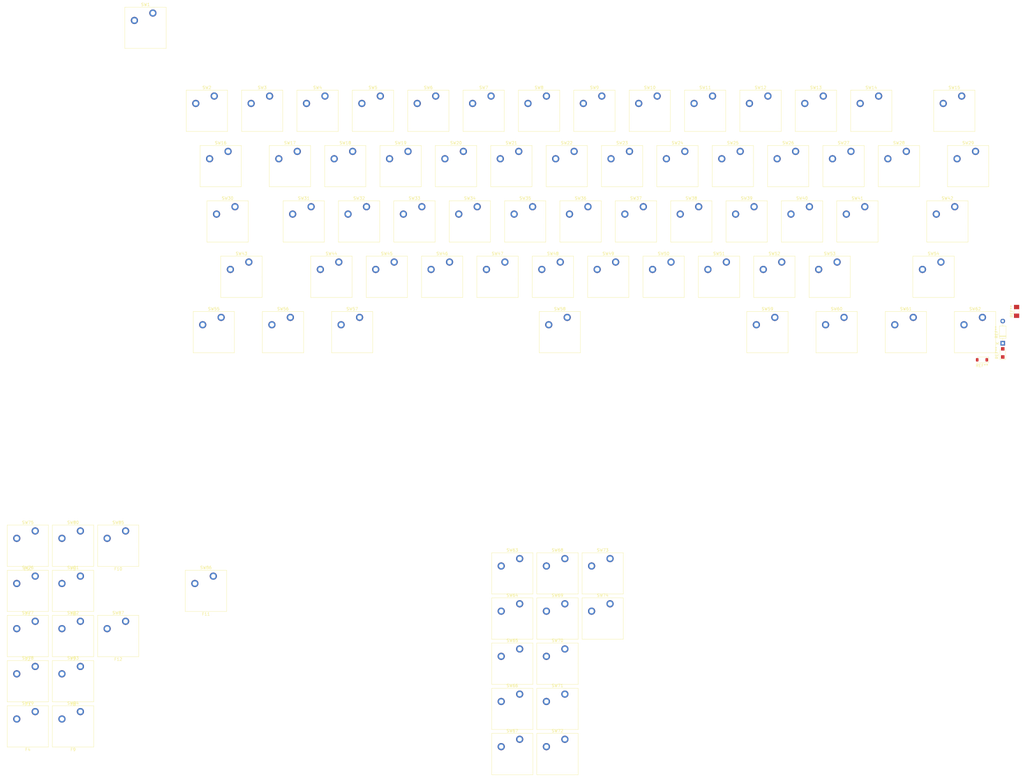
<source format=kicad_pcb>
(kicad_pcb (version 20240108) (generator "pcbnew") (generator_version "8.0")
  (layers (0 "F.Cu" signal) (31 "B.Cu" signal) (34 "B.Paste" user) (35 "F.Paste" user) (36 "B.SilkS" user "B.Silkscreen") (37 "F.SilkS" user "F.Silkscreen") (38 "B.Mask" user) (39 "F.Mask" user) (44 "Edge.Cuts" user))
  (net 0 "")
  (footprint "bk_Switch_Keyboard_Cherry_MX:SW_Cherry_MX_PCB_1.25u" (layer "F.Cu") (at 78.58125 152.4)
    (property "Reference" "SW55" (at 0 -8 0) (layer "F.SilkS"))
    (property "Value" "1.25U_LCTRL")
    (pad "" np_thru_hole circle (at -5.08 0) (size 1.75 1.75) (drill 1.75) (layers "*.Cu" "*.Mask"))
    (pad "" np_thru_hole circle (at 0 0) (size 4 4) (drill 4) (layers "*.Cu" "*.Mask"))
    (pad "" np_thru_hole circle (at 5.08 0) (size 1.75 1.75) (drill 1.75) (layers "*.Cu" "*.Mask"))
    (pad "1" thru_hole circle (at -3.81 -2.54) (size 2.5 2.5) (drill 1.5) (layers "*.Cu" "*.Mask"))
    (pad "2" thru_hole circle (at 2.54 -5.08) (size 2.5 2.5) (drill 1.5) (layers "*.Cu" "*.Mask"))
  )
  (footprint "bk_Switch_Keyboard_Cherry_MX:SW_Cherry_MX_PCB_1.00u" (layer "F.Cu") (at 30.155 241.48125)
    (property "Reference" "SW81" (at 0 -8 0) (layer "F.SilkS"))
    (property "Value" "F6" (at 0 8 0) (layer "F.SilkS"))
    (pad "" np_thru_hole circle (at -5.08 0) (size 1.75 1.75) (drill 1.75) (layers "*.Cu" "*.Mask"))
    (pad "" np_thru_hole circle (at 0 0) (size 4 4) (drill 4) (layers "*.Cu" "*.Mask"))
    (pad "" np_thru_hole circle (at 5.08 0) (size 1.75 1.75) (drill 1.75) (layers "*.Cu" "*.Mask"))
    (pad "1" thru_hole circle (at -3.81 -2.54) (size 2.5 2.5) (drill 1.5) (layers "*.Cu" "*.Mask"))
    (pad "2" thru_hole circle (at 2.54 -5.08) (size 2.5 2.5) (drill 1.5) (layers "*.Cu" "*.Mask"))
  )
  (footprint "bk_Switch_Keyboard_Cherry_MX:SW_Cherry_MX_PCB_1.00u" (layer "F.Cu") (at 280.9875 114.3)
    (property "Reference" "SW40" (at 0 -8 0) (layer "F.SilkS"))
    (property "Value" "1.0U_:")
    (pad "" np_thru_hole circle (at -5.08 0) (size 1.75 1.75) (drill 1.75) (layers "*.Cu" "*.Mask"))
    (pad "" np_thru_hole circle (at 0 0) (size 4 4) (drill 4) (layers "*.Cu" "*.Mask"))
    (pad "" np_thru_hole circle (at 5.08 0) (size 1.75 1.75) (drill 1.75) (layers "*.Cu" "*.Mask"))
    (pad "1" thru_hole circle (at -3.81 -2.54) (size 2.5 2.5) (drill 1.5) (layers "*.Cu" "*.Mask"))
    (pad "2" thru_hole circle (at 2.54 -5.08) (size 2.5 2.5) (drill 1.5) (layers "*.Cu" "*.Mask"))
  )
  (footprint "bk_Switch_Keyboard_Cherry_MX:SW_Cherry_MX_PCB_1.00u" (layer "F.Cu") (at 212.3925 251.00625)
    (property "Reference" "SW74" (at 0 -8 0) (layer "F.SilkS"))
    (property "Value" "1.0U_5")
    (pad "" np_thru_hole circle (at -5.08 0) (size 1.75 1.75) (drill 1.75) (layers "*.Cu" "*.Mask"))
    (pad "" np_thru_hole circle (at 0 0) (size 4 4) (drill 4) (layers "*.Cu" "*.Mask"))
    (pad "" np_thru_hole circle (at 5.08 0) (size 1.75 1.75) (drill 1.75) (layers "*.Cu" "*.Mask"))
    (pad "1" thru_hole circle (at -3.81 -2.54) (size 2.5 2.5) (drill 1.5) (layers "*.Cu" "*.Mask"))
    (pad "2" thru_hole circle (at 2.54 -5.08) (size 2.5 2.5) (drill 1.5) (layers "*.Cu" "*.Mask"))
  )
  (footprint "bk_Switch_Keyboard_Cherry_MX:SW_Cherry_MX_PCB_1.00u" (layer "F.Cu") (at 196.8425 297.65625)
    (property "Reference" "SW72" (at 0 -8 0) (layer "F.SilkS"))
    (property "Value" "1.0U_3")
    (pad "" np_thru_hole circle (at -5.08 0) (size 1.75 1.75) (drill 1.75) (layers "*.Cu" "*.Mask"))
    (pad "" np_thru_hole circle (at 0 0) (size 4 4) (drill 4) (layers "*.Cu" "*.Mask"))
    (pad "" np_thru_hole circle (at 5.08 0) (size 1.75 1.75) (drill 1.75) (layers "*.Cu" "*.Mask"))
    (pad "1" thru_hole circle (at -3.81 -2.54) (size 2.5 2.5) (drill 1.5) (layers "*.Cu" "*.Mask"))
    (pad "2" thru_hole circle (at 2.54 -5.08) (size 2.5 2.5) (drill 1.5) (layers "*.Cu" "*.Mask"))
  )
  (footprint "bk_Switch_Keyboard_Cherry_MX:SW_Cherry_MX_PCB_1.00u" (layer "F.Cu") (at 55.08625 47.625)
    (property "Reference" "SW1" (at 0 -8 0) (layer "F.SilkS"))
    (property "Value" "1.0U_ESC")
    (pad "" np_thru_hole circle (at -5.08 0) (size 1.75 1.75) (drill 1.75) (layers "*.Cu" "*.Mask"))
    (pad "" np_thru_hole circle (at 0 0) (size 4 4) (drill 4) (layers "*.Cu" "*.Mask"))
    (pad "" np_thru_hole circle (at 5.08 0) (size 1.75 1.75) (drill 1.75) (layers "*.Cu" "*.Mask"))
    (pad "1" thru_hole circle (at -3.81 -2.54) (size 2.5 2.5) (drill 1.5) (layers "*.Cu" "*.Mask"))
    (pad "2" thru_hole circle (at 2.54 -5.08) (size 2.5 2.5) (drill 1.5) (layers "*.Cu" "*.Mask"))
  )
  (footprint "bk_Switch_Keyboard_Cherry_MX:SW_Cherry_MX_PCB_1.00u" (layer "F.Cu") (at 212.3925 235.45625)
    (property "Reference" "SW73" (at 0 -8 0) (layer "F.SilkS"))
    (property "Value" "1.0U_4")
    (pad "" np_thru_hole circle (at -5.08 0) (size 1.75 1.75) (drill 1.75) (layers "*.Cu" "*.Mask"))
    (pad "" np_thru_hole circle (at 0 0) (size 4 4) (drill 4) (layers "*.Cu" "*.Mask"))
    (pad "" np_thru_hole circle (at 5.08 0) (size 1.75 1.75) (drill 1.75) (layers "*.Cu" "*.Mask"))
    (pad "1" thru_hole circle (at -3.81 -2.54) (size 2.5 2.5) (drill 1.5) (layers "*.Cu" "*.Mask"))
    (pad "2" thru_hole circle (at 2.54 -5.08) (size 2.5 2.5) (drill 1.5) (layers "*.Cu" "*.Mask"))
  )
  (footprint "bk_Switch_Keyboard_Cherry_MX:SW_Cherry_MX_PCB_2.75u" (layer "F.Cu") (at 326.23125 133.35)
    (property "Reference" "SW54" (at 0 -8 0) (layer "F.SilkS"))
    (property "Value" "2.75U_RSHIFT")
    (pad "" np_thru_hole circle (at -5.08 0) (size 1.75 1.75) (drill 1.75) (layers "*.Cu" "*.Mask"))
    (pad "" np_thru_hole circle (at 0 0) (size 4 4) (drill 4) (layers "*.Cu" "*.Mask"))
    (pad "" np_thru_hole circle (at 5.08 0) (size 1.75 1.75) (drill 1.75) (layers "*.Cu" "*.Mask"))
    (pad "1" thru_hole circle (at -3.81 -2.54) (size 2.5 2.5) (drill 1.5) (layers "*.Cu" "*.Mask"))
    (pad "2" thru_hole circle (at 2.54 -5.08) (size 2.5 2.5) (drill 1.5) (layers "*.Cu" "*.Mask"))
  )
  (footprint "bk_Switch_Keyboard_Cherry_MX:SW_Cherry_MX_PCB_1.75u" (layer "F.Cu") (at 83.34375 114.3)
    (property "Reference" "SW30" (at 0 -8 0) (layer "F.SilkS"))
    (property "Value" "1.75U_CAPS")
    (pad "" np_thru_hole circle (at -5.08 0) (size 1.75 1.75) (drill 1.75) (layers "*.Cu" "*.Mask"))
    (pad "" np_thru_hole circle (at 0 0) (size 4 4) (drill 4) (layers "*.Cu" "*.Mask"))
    (pad "" np_thru_hole circle (at 5.08 0) (size 1.75 1.75) (drill 1.75) (layers "*.Cu" "*.Mask"))
    (pad "1" thru_hole circle (at -3.81 -2.54) (size 2.5 2.5) (drill 1.5) (layers "*.Cu" "*.Mask"))
    (pad "2" thru_hole circle (at 2.54 -5.08) (size 2.5 2.5) (drill 1.5) (layers "*.Cu" "*.Mask"))
  )
  (footprint "Diode_THT:D_DO-35_SOD27_P7.62mm_Horizontal" (layer "F.Cu") (at 350.04375 156.21 90)
    (property "Reference" "REF**" (at 3.81 -2.12 -90) (layer "F.SilkS"))
    (property "Value" "D_DO-35_SOD27_P7.62mm_Horizontal")
    (fp_text user "K" (at 0 -1.8 -90) (layer "F.SilkS"))
    (pad "1" thru_hole rect (at 0 0 90) (size 1.6 1.6) (drill 0.8) (layers "*.Cu" "*.Mask"))
    (pad "2" thru_hole oval (at 7.62 0 90) (size 1.6 1.6) (drill 0.8) (layers "*.Cu" "*.Mask"))
  )
  (footprint "bk_Switch_Keyboard_Cherry_MX:SW_Cherry_MX_PCB_1.00u" (layer "F.Cu") (at 14.605 225.93125)
    (property "Reference" "SW75" (at 0 -8 0) (layer "F.SilkS"))
    (property "Value" "ESC" (at 0 8 0) (layer "F.SilkS"))
    (pad "" np_thru_hole circle (at -5.08 0) (size 1.75 1.75) (drill 1.75) (layers "*.Cu" "*.Mask"))
    (pad "" np_thru_hole circle (at 0 0) (size 4 4) (drill 4) (layers "*.Cu" "*.Mask"))
    (pad "" np_thru_hole circle (at 5.08 0) (size 1.75 1.75) (drill 1.75) (layers "*.Cu" "*.Mask"))
    (pad "1" thru_hole circle (at -3.81 -2.54) (size 2.5 2.5) (drill 1.5) (layers "*.Cu" "*.Mask"))
    (pad "2" thru_hole circle (at 2.54 -5.08) (size 2.5 2.5) (drill 1.5) (layers "*.Cu" "*.Mask"))
  )
  (footprint "bk_Switch_Keyboard_Cherry_MX:SW_Cherry_MX_PCB_1.00u" (layer "F.Cu") (at 147.6375 114.3)
    (property "Reference" "SW33" (at 0 -8 0) (layer "F.SilkS"))
    (property "Value" "1.0U_D")
    (pad "" np_thru_hole circle (at -5.08 0) (size 1.75 1.75) (drill 1.75) (layers "*.Cu" "*.Mask"))
    (pad "" np_thru_hole circle (at 0 0) (size 4 4) (drill 4) (layers "*.Cu" "*.Mask"))
    (pad "" np_thru_hole circle (at 5.08 0) (size 1.75 1.75) (drill 1.75) (layers "*.Cu" "*.Mask"))
    (pad "1" thru_hole circle (at -3.81 -2.54) (size 2.5 2.5) (drill 1.5) (layers "*.Cu" "*.Mask"))
    (pad "2" thru_hole circle (at 2.54 -5.08) (size 2.5 2.5) (drill 1.5) (layers "*.Cu" "*.Mask"))
  )
  (footprint "bk_Switch_Keyboard_Cherry_MX:SW_Cherry_MX_PCB_1.00u" (layer "F.Cu") (at 314.325 95.25)
    (property "Reference" "SW28" (at 0 -8 0) (layer "F.SilkS"))
    (property "Value" "1.0U_]")
    (pad "" np_thru_hole circle (at -5.08 0) (size 1.75 1.75) (drill 1.75) (layers "*.Cu" "*.Mask"))
    (pad "" np_thru_hole circle (at 0 0) (size 4 4) (drill 4) (layers "*.Cu" "*.Mask"))
    (pad "" np_thru_hole circle (at 5.08 0) (size 1.75 1.75) (drill 1.75) (layers "*.Cu" "*.Mask"))
    (pad "1" thru_hole circle (at -3.81 -2.54) (size 2.5 2.5) (drill 1.5) (layers "*.Cu" "*.Mask"))
    (pad "2" thru_hole circle (at 2.54 -5.08) (size 2.5 2.5) (drill 1.5) (layers "*.Cu" "*.Mask"))
  )
  (footprint "bk_Switch_Keyboard_Cherry_MX:SW_Cherry_MX_PCB_1.00u" (layer "F.Cu") (at 252.4125 133.35)
    (property "Reference" "SW51" (at 0 -8 0) (layer "F.SilkS"))
    (property "Value" "1.0U_<")
    (pad "" np_thru_hole circle (at -5.08 0) (size 1.75 1.75) (drill 1.75) (layers "*.Cu" "*.Mask"))
    (pad "" np_thru_hole circle (at 0 0) (size 4 4) (drill 4) (layers "*.Cu" "*.Mask"))
    (pad "" np_thru_hole circle (at 5.08 0) (size 1.75 1.75) (drill 1.75) (layers "*.Cu" "*.Mask"))
    (pad "1" thru_hole circle (at -3.81 -2.54) (size 2.5 2.5) (drill 1.5) (layers "*.Cu" "*.Mask"))
    (pad "2" thru_hole circle (at 2.54 -5.08) (size 2.5 2.5) (drill 1.5) (layers "*.Cu" "*.Mask"))
  )
  (footprint "bk_Switch_Keyboard_Cherry_MX:SW_Cherry_MX_PCB_1.25u" (layer "F.Cu") (at 340.51875 152.4)
    (property "Reference" "SW62" (at 0 -8 0) (layer "F.SilkS"))
    (property "Value" "1.25U_RCTRL")
    (pad "" np_thru_hole circle (at -5.08 0) (size 1.75 1.75) (drill 1.75) (layers "*.Cu" "*.Mask"))
    (pad "" np_thru_hole circle (at 0 0) (size 4 4) (drill 4) (layers "*.Cu" "*.Mask"))
    (pad "" np_thru_hole circle (at 5.08 0) (size 1.75 1.75) (drill 1.75) (layers "*.Cu" "*.Mask"))
    (pad "1" thru_hole circle (at -3.81 -2.54) (size 2.5 2.5) (drill 1.5) (layers "*.Cu" "*.Mask"))
    (pad "2" thru_hole circle (at 2.54 -5.08) (size 2.5 2.5) (drill 1.5) (layers "*.Cu" "*.Mask"))
  )
  (footprint "bk_Switch_Keyboard_Cherry_MX:SW_Cherry_MX_PCB_2.25u" (layer "F.Cu") (at 330.99375 114.3)
    (property "Reference" "SW42" (at 0 -8 0) (layer "F.SilkS"))
    (property "Value" "2.25U_ENTER")
    (pad "" np_thru_hole circle (at -5.08 0) (size 1.75 1.75) (drill 1.75) (layers "*.Cu" "*.Mask"))
    (pad "" np_thru_hole circle (at 0 0) (size 4 4) (drill 4) (layers "*.Cu" "*.Mask"))
    (pad "" np_thru_hole circle (at 5.08 0) (size 1.75 1.75) (drill 1.75) (layers "*.Cu" "*.Mask"))
    (pad "1" thru_hole circle (at -3.81 -2.54) (size 2.5 2.5) (drill 1.5) (layers "*.Cu" "*.Mask"))
    (pad "2" thru_hole circle (at 2.54 -5.08) (size 2.5 2.5) (drill 1.5) (layers "*.Cu" "*.Mask"))
  )
  (footprint "bk_Switch_Keyboard_Cherry_MX:SW_Cherry_MX_PCB_1.00u" (layer "F.Cu") (at 242.8875 114.3)
    (property "Reference" "SW38" (at 0 -8 0) (layer "F.SilkS"))
    (property "Value" "1.0U_K")
    (pad "" np_thru_hole circle (at -5.08 0) (size 1.75 1.75) (drill 1.75) (layers "*.Cu" "*.Mask"))
    (pad "" np_thru_hole circle (at 0 0) (size 4 4) (drill 4) (layers "*.Cu" "*.Mask"))
    (pad "" np_thru_hole circle (at 5.08 0) (size 1.75 1.75) (drill 1.75) (layers "*.Cu" "*.Mask"))
    (pad "1" thru_hole circle (at -3.81 -2.54) (size 2.5 2.5) (drill 1.5) (layers "*.Cu" "*.Mask"))
    (pad "2" thru_hole circle (at 2.54 -5.08) (size 2.5 2.5) (drill 1.5) (layers "*.Cu" "*.Mask"))
  )
  (footprint "bk_Switch_Keyboard_Cherry_MX:SW_Cherry_MX_PCB_1.00u" (layer "F.Cu") (at 300.0375 114.3)
    (property "Reference" "SW41" (at 0 -8 0) (layer "F.SilkS"))
    (property "Value" "1.0U_\"")
    (pad "" np_thru_hole circle (at -5.08 0) (size 1.75 1.75) (drill 1.75) (layers "*.Cu" "*.Mask"))
    (pad "" np_thru_hole circle (at 0 0) (size 4 4) (drill 4) (layers "*.Cu" "*.Mask"))
    (pad "" np_thru_hole circle (at 5.08 0) (size 1.75 1.75) (drill 1.75) (layers "*.Cu" "*.Mask"))
    (pad "1" thru_hole circle (at -3.81 -2.54) (size 2.5 2.5) (drill 1.5) (layers "*.Cu" "*.Mask"))
    (pad "2" thru_hole circle (at 2.54 -5.08) (size 2.5 2.5) (drill 1.5) (layers "*.Cu" "*.Mask"))
  )
  (footprint "bk_Switch_Keyboard_Cherry_MX:SW_Cherry_MX_PCB_1.00u" (layer "F.Cu") (at 219.075 95.25)
    (property "Reference" "SW23" (at 0 -8 0) (layer "F.SilkS"))
    (property "Value" "1.0U_U")
    (pad "" np_thru_hole circle (at -5.08 0) (size 1.75 1.75) (drill 1.75) (layers "*.Cu" "*.Mask"))
    (pad "" np_thru_hole circle (at 0 0) (size 4 4) (drill 4) (layers "*.Cu" "*.Mask"))
    (pad "" np_thru_hole circle (at 5.08 0) (size 1.75 1.75) (drill 1.75) (layers "*.Cu" "*.Mask"))
    (pad "1" thru_hole circle (at -3.81 -2.54) (size 2.5 2.5) (drill 1.5) (layers "*.Cu" "*.Mask"))
    (pad "2" thru_hole circle (at 2.54 -5.08) (size 2.5 2.5) (drill 1.5) (layers "*.Cu" "*.Mask"))
  )
  (footprint "bk_Switch_Keyboard_Cherry_MX:SW_Cherry_MX_PCB_1.25u" (layer "F.Cu") (at 292.89375 152.4)
    (property "Reference" "SW60" (at 0 -8 0) (layer "F.SilkS"))
    (property "Value" "1.25U_RGUI")
    (pad "" np_thru_hole circle (at -5.08 0) (size 1.75 1.75) (drill 1.75) (layers "*.Cu" "*.Mask"))
    (pad "" np_thru_hole circle (at 0 0) (size 4 4) (drill 4) (layers "*.Cu" "*.Mask"))
    (pad "" np_thru_hole circle (at 5.08 0) (size 1.75 1.75) (drill 1.75) (layers "*.Cu" "*.Mask"))
    (pad "1" thru_hole circle (at -3.81 -2.54) (size 2.5 2.5) (drill 1.5) (layers "*.Cu" "*.Mask"))
    (pad "2" thru_hole circle (at 2.54 -5.08) (size 2.5 2.5) (drill 1.5) (layers "*.Cu" "*.Mask"))
  )
  (footprint "bk_Switch_Keyboard_Cherry_MX:SW_Cherry_MX_PCB_1.00u" (layer "F.Cu") (at 196.8425 282.10625)
    (property "Reference" "SW71" (at 0 -8 0) (layer "F.SilkS"))
    (property "Value" "1.0U_2")
    (pad "" np_thru_hole circle (at -5.08 0) (size 1.75 1.75) (drill 1.75) (layers "*.Cu" "*.Mask"))
    (pad "" np_thru_hole circle (at 0 0) (size 4 4) (drill 4) (layers "*.Cu" "*.Mask"))
    (pad "" np_thru_hole circle (at 5.08 0) (size 1.75 1.75) (drill 1.75) (layers "*.Cu" "*.Mask"))
    (pad "1" thru_hole circle (at -3.81 -2.54) (size 2.5 2.5) (drill 1.5) (layers "*.Cu" "*.Mask"))
    (pad "2" thru_hole circle (at 2.54 -5.08) (size 2.5 2.5) (drill 1.5) (layers "*.Cu" "*.Mask"))
  )
  (footprint "bk_Switch_Keyboard_Cherry_MX:SW_Cherry_MX_PCB_1.00u" (layer "F.Cu") (at 204.7875 114.3)
    (property "Reference" "SW36" (at 0 -8 0) (layer "F.SilkS"))
    (property "Value" "1.0U_H")
    (pad "" np_thru_hole circle (at -5.08 0) (size 1.75 1.75) (drill 1.75) (layers "*.Cu" "*.Mask"))
    (pad "" np_thru_hole circle (at 0 0) (size 4 4) (drill 4) (layers "*.Cu" "*.Mask"))
    (pad "" np_thru_hole circle (at 5.08 0) (size 1.75 1.75) (drill 1.75) (layers "*.Cu" "*.Mask"))
    (pad "1" thru_hole circle (at -3.81 -2.54) (size 2.5 2.5) (drill 1.5) (layers "*.Cu" "*.Mask"))
    (pad "2" thru_hole circle (at 2.54 -5.08) (size 2.5 2.5) (drill 1.5) (layers "*.Cu" "*.Mask"))
  )
  (footprint "Diode_SMD:D_SOD-123" (layer "F.Cu") (at 342.9 161.925 180)
    (property "Reference" "REF**" (at 0 -2 180) (layer "F.SilkS"))
    (property "Value" "D_SOD-123")
    (pad "1" smd roundrect (at -1.65 0 180) (size 0.9 1.2) (layers "F.Cu" "F.Paste" "F.Mask"))
    (pad "2" smd roundrect (at 1.65 0 180) (size 0.9 1.2) (layers "F.Cu" "F.Paste" "F.Mask"))
  )
  (footprint "bk_Switch_Keyboard_Cherry_MX:SW_Cherry_MX_PCB_1.25u" (layer "F.Cu") (at 102.39375 152.4)
    (property "Reference" "SW56" (at 0 -8 0) (layer "F.SilkS"))
    (property "Value" "1.25U_LGUI")
    (pad "" np_thru_hole circle (at -5.08 0) (size 1.75 1.75) (drill 1.75) (layers "*.Cu" "*.Mask"))
    (pad "" np_thru_hole circle (at 0 0) (size 4 4) (drill 4) (layers "*.Cu" "*.Mask"))
    (pad "" np_thru_hole circle (at 5.08 0) (size 1.75 1.75) (drill 1.75) (layers "*.Cu" "*.Mask"))
    (pad "1" thru_hole circle (at -3.81 -2.54) (size 2.5 2.5) (drill 1.5) (layers "*.Cu" "*.Mask"))
    (pad "2" thru_hole circle (at 2.54 -5.08) (size 2.5 2.5) (drill 1.5) (layers "*.Cu" "*.Mask"))
  )
  (footprint "bk_Switch_Keyboard_Cherry_MX:SW_Cherry_MX_PCB_1.00u" (layer "F.Cu") (at 14.605 241.48125)
    (property "Reference" "SW76" (at 0 -8 0) (layer "F.SilkS"))
    (property "Value" "F1" (at 0 8 0) (layer "F.SilkS"))
    (pad "" np_thru_hole circle (at -5.08 0) (size 1.75 1.75) (drill 1.75) (layers "*.Cu" "*.Mask"))
    (pad "" np_thru_hole circle (at 0 0) (size 4 4) (drill 4) (layers "*.Cu" "*.Mask"))
    (pad "" np_thru_hole circle (at 5.08 0) (size 1.75 1.75) (drill 1.75) (layers "*.Cu" "*.Mask"))
    (pad "1" thru_hole circle (at -3.81 -2.54) (size 2.5 2.5) (drill 1.5) (layers "*.Cu" "*.Mask"))
    (pad "2" thru_hole circle (at 2.54 -5.08) (size 2.5 2.5) (drill 1.5) (layers "*.Cu" "*.Mask"))
  )
  (footprint "bk_Switch_Keyboard_Cherry_MX:SW_Cherry_MX_PCB_1.00u" (layer "F.Cu") (at 200.025 95.25)
    (property "Reference" "SW22" (at 0 -8 0) (layer "F.SilkS"))
    (property "Value" "1.0U_Y")
    (pad "" np_thru_hole circle (at -5.08 0) (size 1.75 1.75) (drill 1.75) (layers "*.Cu" "*.Mask"))
    (pad "" np_thru_hole circle (at 0 0) (size 4 4) (drill 4) (layers "*.Cu" "*.Mask"))
    (pad "" np_thru_hole circle (at 5.08 0) (size 1.75 1.75) (drill 1.75) (layers "*.Cu" "*.Mask"))
    (pad "1" thru_hole circle (at -3.81 -2.54) (size 2.5 2.5) (drill 1.5) (layers "*.Cu" "*.Mask"))
    (pad "2" thru_hole circle (at 2.54 -5.08) (size 2.5 2.5) (drill 1.5) (layers "*.Cu" "*.Mask"))
  )
  (footprint "bk_Switch_Keyboard_Cherry_MX:SW_Cherry_MX_PCB_1.00u" (layer "F.Cu") (at 276.225 95.25)
    (property "Reference" "SW26" (at 0 -8 0) (layer "F.SilkS"))
    (property "Value" "1.0U_P")
    (pad "" np_thru_hole circle (at -5.08 0) (size 1.75 1.75) (drill 1.75) (layers "*.Cu" "*.Mask"))
    (pad "" np_thru_hole circle (at 0 0) (size 4 4) (drill 4) (layers "*.Cu" "*.Mask"))
    (pad "" np_thru_hole circle (at 5.08 0) (size 1.75 1.75) (drill 1.75) (layers "*.Cu" "*.Mask"))
    (pad "1" thru_hole circle (at -3.81 -2.54) (size 2.5 2.5) (drill 1.5) (layers "*.Cu" "*.Mask"))
    (pad "2" thru_hole circle (at 2.54 -5.08) (size 2.5 2.5) (drill 1.5) (layers "*.Cu" "*.Mask"))
  )
  (footprint "bk_Switch_Keyboard_Cherry_MX:SW_Cherry_MX_PCB_1.00u" (layer "F.Cu") (at 223.8375 114.3)
    (property "Reference" "SW37" (at 0 -8 0) (layer "F.SilkS"))
    (property "Value" "1.0U_J")
    (pad "" np_thru_hole circle (at -5.08 0) (size 1.75 1.75) (drill 1.75) (layers "*.Cu" "*.Mask"))
    (pad "" np_thru_hole circle (at 0 0) (size 4 4) (drill 4) (layers "*.Cu" "*.Mask"))
    (pad "" np_thru_hole circle (at 5.08 0) (size 1.75 1.75) (drill 1.75) (layers "*.Cu" "*.Mask"))
    (pad "1" thru_hole circle (at -3.81 -2.54) (size 2.5 2.5) (drill 1.5) (layers "*.Cu" "*.Mask"))
    (pad "2" thru_hole circle (at 2.54 -5.08) (size 2.5 2.5) (drill 1.5) (layers "*.Cu" "*.Mask"))
  )
  (footprint "bk_Switch_Keyboard_Cherry_MX:SW_Cherry_MX_PCB_1.00u" (layer "F.Cu") (at 180.975 95.25)
    (property "Reference" "SW21" (at 0 -8 0) (layer "F.SilkS"))
    (property "Value" "1.0U_T")
    (pad "" np_thru_hole circle (at -5.08 0) (size 1.75 1.75) (drill 1.75) (layers "*.Cu" "*.Mask"))
    (pad "" np_thru_hole circle (at 0 0) (size 4 4) (drill 4) (layers "*.Cu" "*.Mask"))
    (pad "" np_thru_hole circle (at 5.08 0) (size 1.75 1.75) (drill 1.75) (layers "*.Cu" "*.Mask"))
    (pad "1" thru_hole circle (at -3.81 -2.54) (size 2.5 2.5) (drill 1.5) (layers "*.Cu" "*.Mask"))
    (pad "2" thru_hole circle (at 2.54 -5.08) (size 2.5 2.5) (drill 1.5) (layers "*.Cu" "*.Mask"))
  )
  (footprint "bk_Switch_Keyboard_Cherry_MX:SW_Cherry_MX_PCB_1.00u" (layer "F.Cu") (at 196.8425 235.45625)
    (property "Reference" "SW68" (at 0 -8 0) (layer "F.SilkS"))
    (property "Value" "1.0U_3")
    (pad "" np_thru_hole circle (at -5.08 0) (size 1.75 1.75) (drill 1.75) (layers "*.Cu" "*.Mask"))
    (pad "" np_thru_hole circle (at 0 0) (size 4 4) (drill 4) (layers "*.Cu" "*.Mask"))
    (pad "" np_thru_hole circle (at 5.08 0) (size 1.75 1.75) (drill 1.75) (layers "*.Cu" "*.Mask"))
    (pad "1" thru_hole circle (at -3.81 -2.54) (size 2.5 2.5) (drill 1.5) (layers "*.Cu" "*.Mask"))
    (pad "2" thru_hole circle (at 2.54 -5.08) (size 2.5 2.5) (drill 1.5) (layers "*.Cu" "*.Mask"))
  )
  (footprint "bk_Switch_Keyboard_Cherry_MX:SW_Cherry_MX_PCB_1.00u" (layer "F.Cu") (at 228.6 76.2)
    (property "Reference" "SW10" (at 0 -8 0) (layer "F.SilkS"))
    (property "Value" "1.0U_8")
    (pad "" np_thru_hole circle (at -5.08 0) (size 1.75 1.75) (drill 1.75) (layers "*.Cu" "*.Mask"))
    (pad "" np_thru_hole circle (at 0 0) (size 4 4) (drill 4) (layers "*.Cu" "*.Mask"))
    (pad "" np_thru_hole circle (at 5.08 0) (size 1.75 1.75) (drill 1.75) (layers "*.Cu" "*.Mask"))
    (pad "1" thru_hole circle (at -3.81 -2.54) (size 2.5 2.5) (drill 1.5) (layers "*.Cu" "*.Mask"))
    (pad "2" thru_hole circle (at 2.54 -5.08) (size 2.5 2.5) (drill 1.5) (layers "*.Cu" "*.Mask"))
  )
  (footprint "bk_Switch_Keyboard_Cherry_MX:SW_Cherry_MX_PCB_1.00u" (layer "F.Cu") (at 128.5875 114.3)
    (property "Reference" "SW32" (at 0 -8 0) (layer "F.SilkS"))
    (property "Value" "1.0U_S")
    (pad "" np_thru_hole circle (at -5.08 0) (size 1.75 1.75) (drill 1.75) (layers "*.Cu" "*.Mask"))
    (pad "" np_thru_hole circle (at 0 0) (size 4 4) (drill 4) (layers "*.Cu" "*.Mask"))
    (pad "" np_thru_hole circle (at 5.08 0) (size 1.75 1.75) (drill 1.75) (layers "*.Cu" "*.Mask"))
    (pad "1" thru_hole circle (at -3.81 -2.54) (size 2.5 2.5) (drill 1.5) (layers "*.Cu" "*.Mask"))
    (pad "2" thru_hole circle (at 2.54 -5.08) (size 2.5 2.5) (drill 1.5) (layers "*.Cu" "*.Mask"))
  )
  (footprint "bk_Switch_Keyboard_Cherry_MX:SW_Cherry_MX_PCB_1.00u" (layer "F.Cu") (at 95.25 76.2)
    (property "Reference" "SW3" (at 0 -8 0) (layer "F.SilkS"))
    (property "Value" "1.0U_1")
    (pad "" np_thru_hole circle (at -5.08 0) (size 1.75 1.75) (drill 1.75) (layers "*.Cu" "*.Mask"))
    (pad "" np_thru_hole circle (at 0 0) (size 4 4) (drill 4) (layers "*.Cu" "*.Mask"))
    (pad "" np_thru_hole circle (at 5.08 0) (size 1.75 1.75) (drill 1.75) (layers "*.Cu" "*.Mask"))
    (pad "1" thru_hole circle (at -3.81 -2.54) (size 2.5 2.5) (drill 1.5) (layers "*.Cu" "*.Mask"))
    (pad "2" thru_hole circle (at 2.54 -5.08) (size 2.5 2.5) (drill 1.5) (layers "*.Cu" "*.Mask"))
  )
  (footprint "bk_Switch_Keyboard_Cherry_MX:SW_Cherry_MX_PCB_1.00u" (layer "F.Cu") (at 285.75 76.2)
    (property "Reference" "SW13" (at 0 -8 0) (layer "F.SilkS"))
    (property "Value" "1.0U_-")
    (pad "" np_thru_hole circle (at -5.08 0) (size 1.75 1.75) (drill 1.75) (layers "*.Cu" "*.Mask"))
    (pad "" np_thru_hole circle (at 0 0) (size 4 4) (drill 4) (layers "*.Cu" "*.Mask"))
    (pad "" np_thru_hole circle (at 5.08 0) (size 1.75 1.75) (drill 1.75) (layers "*.Cu" "*.Mask"))
    (pad "1" thru_hole circle (at -3.81 -2.54) (size 2.5 2.5) (drill 1.5) (layers "*.Cu" "*.Mask"))
    (pad "2" thru_hole circle (at 2.54 -5.08) (size 2.5 2.5) (drill 1.5) (layers "*.Cu" "*.Mask"))
  )
  (footprint "bk_Switch_Keyboard_Cherry_MX:SW_Cherry_MX_PCB_1.00u" (layer "F.Cu") (at 181.2925 235.45625)
    (property "Reference" "SW63" (at 0 -8 0) (layer "F.SilkS"))
    (property "Value" "1.0U_F1")
    (pad "" np_thru_hole circle (at -5.08 0) (size 1.75 1.75) (drill 1.75) (layers "*.Cu" "*.Mask"))
    (pad "" np_thru_hole circle (at 0 0) (size 4 4) (drill 4) (layers "*.Cu" "*.Mask"))
    (pad "" np_thru_hole circle (at 5.08 0) (size 1.75 1.75) (drill 1.75) (layers "*.Cu" "*.Mask"))
    (pad "1" thru_hole circle (at -3.81 -2.54) (size 2.5 2.5) (drill 1.5) (layers "*.Cu" "*.Mask"))
    (pad "2" thru_hole circle (at 2.54 -5.08) (size 2.5 2.5) (drill 1.5) (layers "*.Cu" "*.Mask"))
  )
  (footprint "bk_Switch_Keyboard_Cherry_MX:SW_Cherry_MX_PCB_1.00u" (layer "F.Cu") (at 196.8425 251.00625)
    (property "Reference" "SW69" (at 0 -8 0) (layer "F.SilkS"))
    (property "Value" "1.0U_4")
    (pad "" np_thru_hole circle (at -5.08 0) (size 1.75 1.75) (drill 1.75) (layers "*.Cu" "*.Mask"))
    (pad "" np_thru_hole circle (at 0 0) (size 4 4) (drill 4) (layers "*.Cu" "*.Mask"))
    (pad "" np_thru_hole circle (at 5.08 0) (size 1.75 1.75) (drill 1.75) (layers "*.Cu" "*.Mask"))
    (pad "1" thru_hole circle (at -3.81 -2.54) (size 2.5 2.5) (drill 1.5) (layers "*.Cu" "*.Mask"))
    (pad "2" thru_hole circle (at 2.54 -5.08) (size 2.5 2.5) (drill 1.5) (layers "*.Cu" "*.Mask"))
  )
  (footprint "bk_Switch_Keyboard_Cherry_MX:SW_Cherry_MX_PCB_1.00u" (layer "F.Cu") (at 45.705 225.93125)
    (property "Reference" "SW85" (at 0 -8 0) (layer "F.SilkS"))
    (property "Value" "F10" (at 0 8 0) (layer "F.SilkS"))
    (pad "" np_thru_hole circle (at -5.08 0) (size 1.75 1.75) (drill 1.75) (layers "*.Cu" "*.Mask"))
    (pad "" np_thru_hole circle (at 0 0) (size 4 4) (drill 4) (layers "*.Cu" "*.Mask"))
    (pad "" np_thru_hole circle (at 5.08 0) (size 1.75 1.75) (drill 1.75) (layers "*.Cu" "*.Mask"))
    (pad "1" thru_hole circle (at -3.81 -2.54) (size 2.5 2.5) (drill 1.5) (layers "*.Cu" "*.Mask"))
    (pad "2" thru_hole circle (at 2.54 -5.08) (size 2.5 2.5) (drill 1.5) (layers "*.Cu" "*.Mask"))
  )
  (footprint "bk_Switch_Keyboard_Cherry_MX:SW_Cherry_MX_PCB_1.00u" (layer "F.Cu") (at 247.65 76.2)
    (property "Reference" "SW11" (at 0 -8 0) (layer "F.SilkS"))
    (property "Value" "1.0U_9")
    (pad "" np_thru_hole circle (at -5.08 0) (size 1.75 1.75) (drill 1.75) (layers "*.Cu" "*.Mask"))
    (pad "" np_thru_hole circle (at 0 0) (size 4 4) (drill 4) (layers "*.Cu" "*.Mask"))
    (pad "" np_thru_hole circle (at 5.08 0) (size 1.75 1.75) (drill 1.75) (layers "*.Cu" "*.Mask"))
    (pad "1" thru_hole circle (at -3.81 -2.54) (size 2.5 2.5) (drill 1.5) (layers "*.Cu" "*.Mask"))
    (pad "2" thru_hole circle (at 2.54 -5.08) (size 2.5 2.5) (drill 1.5) (layers "*.Cu" "*.Mask"))
  )
  (footprint "bk_Switch_Keyboard_Cherry_MX:SW_Cherry_MX_PCB_1.00u" (layer "F.Cu") (at 30.155 272.58125)
    (property "Reference" "SW83" (at 0 -8 0) (layer "F.SilkS"))
    (property "Value" "F8" (at 0 8 0) (layer "F.SilkS"))
    (pad "" np_thru_hole circle (at -5.08 0) (size 1.75 1.75) (drill 1.75) (layers "*.Cu" "*.Mask"))
    (pad "" np_thru_hole circle (at 0 0) (size 4 4) (drill 4) (layers "*.Cu" "*.Mask"))
    (pad "" np_thru_hole circle (at 5.08 0) (size 1.75 1.75) (drill 1.75) (layers "*.Cu" "*.Mask"))
    (pad "1" thru_hole circle (at -3.81 -2.54) (size 2.5 2.5) (drill 1.5) (layers "*.Cu" "*.Mask"))
    (pad "2" thru_hole circle (at 2.54 -5.08) (size 2.5 2.5) (drill 1.5) (layers "*.Cu" "*.Mask"))
  )
  (footprint "bk_Switch_Keyboard_Cherry_MX:SW_Cherry_MX_PCB_1.00u" (layer "F.Cu") (at 185.7375 114.3)
    (property "Reference" "SW35" (at 0 -8 0) (layer "F.SilkS"))
    (property "Value" "1.0U_G")
    (pad "" np_thru_hole circle (at -5.08 0) (size 1.75 1.75) (drill 1.75) (layers "*.Cu" "*.Mask"))
    (pad "" np_thru_hole circle (at 0 0) (size 4 4) (drill 4) (layers "*.Cu" "*.Mask"))
    (pad "" np_thru_hole circle (at 5.08 0) (size 1.75 1.75) (drill 1.75) (layers "*.Cu" "*.Mask"))
    (pad "1" thru_hole circle (at -3.81 -2.54) (size 2.5 2.5) (drill 1.5) (layers "*.Cu" "*.Mask"))
    (pad "2" thru_hole circle (at 2.54 -5.08) (size 2.5 2.5) (drill 1.5) (layers "*.Cu" "*.Mask"))
  )
  (footprint "bk_Switch_Keyboard_Cherry_MX:SW_Cherry_MX_PCB_1.00u" (layer "F.Cu") (at 119.0625 133.35)
    (property "Reference" "SW44" (at 0 -8 0) (layer "F.SilkS"))
    (property "Value" "1.0U_Z")
    (pad "" np_thru_hole circle (at -5.08 0) (size 1.75 1.75) (drill 1.75) (layers "*.Cu" "*.Mask"))
    (pad "" np_thru_hole circle (at 0 0) (size 4 4) (drill 4) (layers "*.Cu" "*.Mask"))
    (pad "" np_thru_hole circle (at 5.08 0) (size 1.75 1.75) (drill 1.75) (layers "*.Cu" "*.Mask"))
    (pad "1" thru_hole circle (at -3.81 -2.54) (size 2.5 2.5) (drill 1.5) (layers "*.Cu" "*.Mask"))
    (pad "2" thru_hole circle (at 2.54 -5.08) (size 2.5 2.5) (drill 1.5) (layers "*.Cu" "*.Mask"))
  )
  (footprint "bk_Switch_Keyboard_Cherry_MX:SW_Cherry_MX_PCB_1.00u" (layer "F.Cu") (at 181.2925 251.00625)
    (property "Reference" "SW64" (at 0 -8 0) (layer "F.SilkS"))
    (property "Value" "1.0U_F2")
    (pad "" np_thru_hole circle (at -5.08 0) (size 1.75 1.75) (drill 1.75) (layers "*.Cu" "*.Mask"))
    (pad "" np_thru_hole circle (at 0 0) (size 4 4) (drill 4) (layers "*.Cu" "*.Mask"))
    (pad "" np_thru_hole circle (at 5.08 0) (size 1.75 1.75) (drill 1.75) (layers "*.Cu" "*.Mask"))
    (pad "1" thru_hole circle (at -3.81 -2.54) (size 2.5 2.5) (drill 1.5) (layers "*.Cu" "*.Mask"))
    (pad "2" thru_hole circle (at 2.54 -5.08) (size 2.5 2.5) (drill 1.5) (layers "*.Cu" "*.Mask"))
  )
  (footprint "bk_Switch_Keyboard_Cherry_MX:SW_Cherry_MX_PCB_1.50u" (layer "F.Cu") (at 338.1375 95.25)
    (property "Reference" "SW29" (at 0 -8 0) (layer "F.SilkS"))
    (property "Value" "1.5U_\\")
    (pad "" np_thru_hole circle (at -5.08 0) (size 1.75 1.75) (drill 1.75) (layers "*.Cu" "*.Mask"))
    (pad "" np_thru_hole circle (at 0 0) (size 4 4) (drill 4) (layers "*.Cu" "*.Mask"))
    (pad "" np_thru_hole circle (at 5.08 0) (size 1.75 1.75) (drill 1.75) (layers "*.Cu" "*.Mask"))
    (pad "1" thru_hole circle (at -3.81 -2.54) (size 2.5 2.5) (drill 1.5) (layers "*.Cu" "*.Mask"))
    (pad "2" thru_hole circle (at 2.54 -5.08) (size 2.5 2.5) (drill 1.5) (layers "*.Cu" "*.Mask"))
  )
  (footprint "bk_Switch_Keyboard_Cherry_MX:SW_Cherry_MX_PCB_1.00u" (layer "F.Cu") (at 109.5375 114.3)
    (property "Reference" "SW31" (at 0 -8 0) (layer "F.SilkS"))
    (property "Value" "1.0U_A")
    (pad "" np_thru_hole circle (at -5.08 0) (size 1.75 1.75) (drill 1.75) (layers "*.Cu" "*.Mask"))
    (pad "" np_thru_hole circle (at 0 0) (size 4 4) (drill 4) (layers "*.Cu" "*.Mask"))
    (pad "" np_thru_hole circle (at 5.08 0) (size 1.75 1.75) (drill 1.75) (layers "*.Cu" "*.Mask"))
    (pad "1" thru_hole circle (at -3.81 -2.54) (size 2.5 2.5) (drill 1.5) (layers "*.Cu" "*.Mask"))
    (pad "2" thru_hole circle (at 2.54 -5.08) (size 2.5 2.5) (drill 1.5) (layers "*.Cu" "*.Mask"))
  )
  (footprint "bk_Switch_Keyboard_Cherry_MX:SW_Cherry_MX_PCB_1.00u" (layer "F.Cu") (at 238.125 95.25)
    (property "Reference" "SW24" (at 0 -8 0) (layer "F.SilkS"))
    (property "Value" "1.0U_I")
    (pad "" np_thru_hole circle (at -5.08 0) (size 1.75 1.75) (drill 1.75) (layers "*.Cu" "*.Mask"))
    (pad "" np_thru_hole circle (at 0 0) (size 4 4) (drill 4) (layers "*.Cu" "*.Mask"))
    (pad "" np_thru_hole circle (at 5.08 0) (size 1.75 1.75) (drill 1.75) (layers "*.Cu" "*.Mask"))
    (pad "1" thru_hole circle (at -3.81 -2.54) (size 2.5 2.5) (drill 1.5) (layers "*.Cu" "*.Mask"))
    (pad "2" thru_hole circle (at 2.54 -5.08) (size 2.5 2.5) (drill 1.5) (layers "*.Cu" "*.Mask"))
  )
  (footprint "bk_Switch_Keyboard_Cherry_MX:SW_Cherry_MX_PCB_6.25u" (layer "F.Cu") (at 197.64375 152.4)
    (property "Reference" "SW58" (at 0 -8 0) (layer "F.SilkS"))
    (property "Value" "6.25U_SPACE")
    (pad "" np_thru_hole circle (at -5.08 0) (size 1.75 1.75) (drill 1.75) (layers "*.Cu" "*.Mask"))
    (pad "" np_thru_hole circle (at 0 0) (size 4 4) (drill 4) (layers "*.Cu" "*.Mask"))
    (pad "" np_thru_hole circle (at 5.08 0) (size 1.75 1.75) (drill 1.75) (layers "*.Cu" "*.Mask"))
    (pad "1" thru_hole circle (at -3.81 -2.54) (size 2.5 2.5) (drill 1.5) (layers "*.Cu" "*.Mask"))
    (pad "2" thru_hole circle (at 2.54 -5.08) (size 2.5 2.5) (drill 1.5) (layers "*.Cu" "*.Mask"))
  )
  (footprint "bk_Switch_Keyboard_Cherry_MX:SW_Cherry_MX_PCB_1.00u" (layer "F.Cu") (at 75.8825 241.48125)
    (property "Reference" "SW86" (at 0 -8 0) (layer "F.SilkS"))
    (property "Value" "F11" (at 0 8 0) (layer "F.SilkS"))
    (pad "" np_thru_hole circle (at -5.08 0) (size 1.75 1.75) (drill 1.75) (layers "*.Cu" "*.Mask"))
    (pad "" np_thru_hole circle (at 0 0) (size 4 4) (drill 4) (layers "*.Cu" "*.Mask"))
    (pad "" np_thru_hole circle (at 5.08 0) (size 1.75 1.75) (drill 1.75) (layers "*.Cu" "*.Mask"))
    (pad "1" thru_hole circle (at -3.81 -2.54) (size 2.5 2.5) (drill 1.5) (layers "*.Cu" "*.Mask"))
    (pad "2" thru_hole circle (at 2.54 -5.08) (size 2.5 2.5) (drill 1.5) (layers "*.Cu" "*.Mask"))
  )
  (footprint "bk_Switch_Keyboard_Cherry_MX:SW_Cherry_MX_PCB_1.00u" (layer "F.Cu") (at 176.2125 133.35)
    (property "Reference" "SW47" (at 0 -8 0) (layer "F.SilkS"))
    (property "Value" "1.0U_V")
    (pad "" np_thru_hole circle (at -5.08 0) (size 1.75 1.75) (drill 1.75) (layers "*.Cu" "*.Mask"))
    (pad "" np_thru_hole circle (at 0 0) (size 4 4) (drill 4) (layers "*.Cu" "*.Mask"))
    (pad "" np_thru_hole circle (at 5.08 0) (size 1.75 1.75) (drill 1.75) (layers "*.Cu" "*.Mask"))
    (pad "1" thru_hole circle (at -3.81 -2.54) (size 2.5 2.5) (drill 1.5) (layers "*.Cu" "*.Mask"))
    (pad "2" thru_hole circle (at 2.54 -5.08) (size 2.5 2.5) (drill 1.5) (layers "*.Cu" "*.Mask"))
  )
  (footprint "bk_Switch_Keyboard_Cherry_MX:SW_Cherry_MX_PCB_1.50u" (layer "F.Cu") (at 80.9625 95.25)
    (property "Reference" "SW16" (at 0 -8 0) (layer "F.SilkS"))
    (property "Value" "1.5U_Tab")
    (pad "" np_thru_hole circle (at -5.08 0) (size 1.75 1.75) (drill 1.75) (layers "*.Cu" "*.Mask"))
    (pad "" np_thru_hole circle (at 0 0) (size 4 4) (drill 4) (layers "*.Cu" "*.Mask"))
    (pad "" np_thru_hole circle (at 5.08 0) (size 1.75 1.75) (drill 1.75) (layers "*.Cu" "*.Mask"))
    (pad "1" thru_hole circle (at -3.81 -2.54) (size 2.5 2.5) (drill 1.5) (layers "*.Cu" "*.Mask"))
    (pad "2" thru_hole circle (at 2.54 -5.08) (size 2.5 2.5) (drill 1.5) (layers "*.Cu" "*.Mask"))
  )
  (footprint "bk_Switch_Keyboard_Cherry_MX:SW_Cherry_MX_PCB_1.00u" (layer "F.Cu") (at 195.2625 133.35)
    (property "Reference" "SW48" (at 0 -8 0) (layer "F.SilkS"))
    (property "Value" "1.0U_B")
    (pad "" np_thru_hole circle (at -5.08 0) (size 1.75 1.75) (drill 1.75) (layers "*.Cu" "*.Mask"))
    (pad "" np_thru_hole circle (at 0 0) (size 4 4) (drill 4) (layers "*.Cu" "*.Mask"))
    (pad "" np_thru_hole circle (at 5.08 0) (size 1.75 1.75) (drill 1.75) (layers "*.Cu" "*.Mask"))
    (pad "1" thru_hole circle (at -3.81 -2.54) (size 2.5 2.5) (drill 1.5) (layers "*.Cu" "*.Mask"))
    (pad "2" thru_hole circle (at 2.54 -5.08) (size 2.5 2.5) (drill 1.5) (layers "*.Cu" "*.Mask"))
  )
  (footprint "bk_Switch_Keyboard_Cherry_MX:SW_Cherry_MX_PCB_1.00u" (layer "F.Cu") (at 138.1125 133.35)
    (property "Reference" "SW45" (at 0 -8 0) (layer "F.SilkS"))
    (property "Value" "1.0U_X")
    (pad "" np_thru_hole circle (at -5.08 0) (size 1.75 1.75) (drill 1.75) (layers "*.Cu" "*.Mask"))
    (pad "" np_thru_hole circle (at 0 0) (size 4 4) (drill 4) (layers "*.Cu" "*.Mask"))
    (pad "" np_thru_hole circle (at 5.08 0) (size 1.75 1.75) (drill 1.75) (layers "*.Cu" "*.Mask"))
    (pad "1" thru_hole circle (at -3.81 -2.54) (size 2.5 2.5) (drill 1.5) (layers "*.Cu" "*.Mask"))
    (pad "2" thru_hole circle (at 2.54 -5.08) (size 2.5 2.5) (drill 1.5) (layers "*.Cu" "*.Mask"))
  )
  (footprint "bk_Switch_Keyboard_Cherry_MX:SW_Cherry_MX_PCB_1.00u" (layer "F.Cu") (at 181.2925 282.10625)
    (property "Reference" "SW66" (at 0 -8 0) (layer "F.SilkS"))
    (property "Value" "1.0U_5")
    (pad "" np_thru_hole circle (at -5.08 0) (size 1.75 1.75) (drill 1.75) (layers "*.Cu" "*.Mask"))
    (pad "" np_thru_hole circle (at 0 0) (size 4 4) (drill 4) (layers "*.Cu" "*.Mask"))
    (pad "" np_thru_hole circle (at 5.08 0) (size 1.75 1.75) (drill 1.75) (layers "*.Cu" "*.Mask"))
    (pad "1" thru_hole circle (at -3.81 -2.54) (size 2.5 2.5) (drill 1.5) (layers "*.Cu" "*.Mask"))
    (pad "2" thru_hole circle (at 2.54 -5.08) (size 2.5 2.5) (drill 1.5) (layers "*.Cu" "*.Mask"))
  )
  (footprint "bk_Switch_Keyboard_Cherry_MX:SW_Cherry_MX_PCB_1.00u" (layer "F.Cu") (at 295.275 95.25)
    (property "Reference" "SW27" (at 0 -8 0) (layer "F.SilkS"))
    (property "Value" "1.0U_[")
    (pad "" np_thru_hole circle (at -5.08 0) (size 1.75 1.75) (drill 1.75) (layers "*.Cu" "*.Mask"))
    (pad "" np_thru_hole circle (at 0 0) (size 4 4) (drill 4) (layers "*.Cu" "*.Mask"))
    (pad "" np_thru_hole circle (at 5.08 0) (size 1.75 1.75) (drill 1.75) (layers "*.Cu" "*.Mask"))
    (pad "1" thru_hole circle (at -3.81 -2.54) (size 2.5 2.5) (drill 1.5) (layers "*.Cu" "*.Mask"))
    (pad "2" thru_hole circle (at 2.54 -5.08) (size 2.5 2.5) (drill 1.5) (layers "*.Cu" "*.Mask"))
  )
  (footprint "bk_Switch_Keyboard_Cherry_MX:SW_Cherry_MX_PCB_1.00u" (layer "F.Cu") (at 261.9375 114.3)
    (property "Reference" "SW39" (at 0 -8 0) (layer "F.SilkS"))
    (property "Value" "1.0U_L")
    (pad "" np_thru_hole circle (at -5.08 0) (size 1.75 1.75) (drill 1.75) (layers "*.Cu" "*.Mask"))
    (pad "" np_thru_hole circle (at 0 0) (size 4 4) (drill 4) (layers "*.Cu" "*.Mask"))
    (pad "" np_thru_hole circle (at 5.08 0) (size 1.75 1.75) (drill 1.75) (layers "*.Cu" "*.Mask"))
    (pad "1" thru_hole circle (at -3.81 -2.54) (size 2.5 2.5) (drill 1.5) (layers "*.Cu" "*.Mask"))
    (pad "2" thru_hole circle (at 2.54 -5.08) (size 2.5 2.5) (drill 1.5) (layers "*.Cu" "*.Mask"))
  )
  (footprint "bk_Switch_Keyboard_Cherry_MX:SW_Cherry_MX_PCB_1.00u" (layer "F.Cu") (at 133.35 76.2)
    (property "Reference" "SW5" (at 0 -8 0) (layer "F.SilkS"))
    (property "Value" "1.0U_3")
    (pad "" np_thru_hole circle (at -5.08 0) (size 1.75 1.75) (drill 1.75) (layers "*.Cu" "*.Mask"))
    (pad "" np_thru_hole circle (at 0 0) (size 4 4) (drill 4) (layers "*.Cu" "*.Mask"))
    (pad "" np_thru_hole circle (at 5.08 0) (size 1.75 1.75) (drill 1.75) (layers "*.Cu" "*.Mask"))
    (pad "1" thru_hole circle (at -3.81 -2.54) (size 2.5 2.5) (drill 1.5) (layers "*.Cu" "*.Mask"))
    (pad "2" thru_hole circle (at 2.54 -5.08) (size 2.5 2.5) (drill 1.5) (layers "*.Cu" "*.Mask"))
  )
  (footprint "bk_Switch_Keyboard_Cherry_MX:SW_Cherry_MX_PCB_1.25u" (layer "F.Cu") (at 126.20625 152.4)
    (property "Reference" "SW57" (at 0 -8 0) (layer "F.SilkS"))
    (property "Value" "1.25U_LALT")
    (pad "" np_thru_hole circle (at -5.08 0) (size 1.75 1.75) (drill 1.75) (layers "*.Cu" "*.Mask"))
    (pad "" np_thru_hole circle (at 0 0) (size 4 4) (drill 4) (layers "*.Cu" "*.Mask"))
    (pad "" np_thru_hole circle (at 5.08 0) (size 1.75 1.75) (drill 1.75) (layers "*.Cu" "*.Mask"))
    (pad "1" thru_hole circle (at -3.81 -2.54) (size 2.5 2.5) (drill 1.5) (layers "*.Cu" "*.Mask"))
    (pad "2" thru_hole circle (at 2.54 -5.08) (size 2.5 2.5) (drill 1.5) (layers "*.Cu" "*.Mask"))
  )
  (footprint "bk_Switch_Keyboard_Cherry_MX:SW_Cherry_MX_PCB_1.00u" (layer "F.Cu") (at 271.4625 133.35)
    (property "Reference" "SW52" (at 0 -8 0) (layer "F.SilkS"))
    (property "Value" "1.0U_>")
    (pad "" np_thru_hole circle (at -5.08 0) (size 1.75 1.75) (drill 1.75) (layers "*.Cu" "*.Mask"))
    (pad "" np_thru_hole circle (at 0 0) (size 4 4) (drill 4) (layers "*.Cu" "*.Mask"))
    (pad "" np_thru_hole circle (at 5.08 0) (size 1.75 1.75) (drill 1.75) (layers "*.Cu" "*.Mask"))
    (pad "1" thru_hole circle (at -3.81 -2.54) (size 2.5 2.5) (drill 1.5) (layers "*.Cu" "*.Mask"))
    (pad "2" thru_hole circle (at 2.54 -5.08) (size 2.5 2.5) (drill 1.5) (layers "*.Cu" "*.Mask"))
  )
  (footprint "bk_Switch_Keyboard_Cherry_MX:SW_Cherry_MX_PCB_1.00u" (layer "F.Cu") (at 257.175 95.25)
    (property "Reference" "SW25" (at 0 -8 0) (layer "F.SilkS"))
    (property "Value" "1.0U_O")
    (pad "" np_thru_hole circle (at -5.08 0) (size 1.75 1.75) (drill 1.75) (layers "*.Cu" "*.Mask"))
    (pad "" np_thru_hole circle (at 0 0) (size 4 4) (drill 4) (layers "*.Cu" "*.Mask"))
    (pad "" np_thru_hole circle (at 5.08 0) (size 1.75 1.75) (drill 1.75) (layers "*.Cu" "*.Mask"))
    (pad "1" thru_hole circle (at -3.81 -2.54) (size 2.5 2.5) (drill 1.5) (layers "*.Cu" "*.Mask"))
    (pad "2" thru_hole circle (at 2.54 -5.08) (size 2.5 2.5) (drill 1.5) (layers "*.Cu" "*.Mask"))
  )
  (footprint "bk_Switch_Keyboard_Cherry_MX:SW_Cherry_MX_PCB_1.25u" (layer "F.Cu") (at 316.70625 152.4)
    (property "Reference" "SW61" (at 0 -8 0) (layer "F.SilkS"))
    (property "Value" "1.25U_RMENU")
    (pad "" np_thru_hole circle (at -5.08 0) (size 1.75 1.75) (drill 1.75) (layers "*.Cu" "*.Mask"))
    (pad "" np_thru_hole circle (at 0 0) (size 4 4) (drill 4) (layers "*.Cu" "*.Mask"))
    (pad "" np_thru_hole circle (at 5.08 0) (size 1.75 1.75) (drill 1.75) (layers "*.Cu" "*.Mask"))
    (pad "1" thru_hole circle (at -3.81 -2.54) (size 2.5 2.5) (drill 1.5) (layers "*.Cu" "*.Mask"))
    (pad "2" thru_hole circle (at 2.54 -5.08) (size 2.5 2.5) (drill 1.5) (layers "*.Cu" "*.Mask"))
  )
  (footprint "bk_Switch_Keyboard_Cherry_MX:SW_Cherry_MX_PCB_1.00u" (layer "F.Cu") (at 142.875 95.25)
    (property "Reference" "SW19" (at 0 -8 0) (layer "F.SilkS"))
    (property "Value" "1.0U_E")
    (pad "" np_thru_hole circle (at -5.08 0) (size 1.75 1.75) (drill 1.75) (layers "*.Cu" "*.Mask"))
    (pad "" np_thru_hole circle (at 0 0) (size 4 4) (drill 4) (layers "*.Cu" "*.Mask"))
    (pad "" np_thru_hole circle (at 5.08 0) (size 1.75 1.75) (drill 1.75) (layers "*.Cu" "*.Mask"))
    (pad "1" thru_hole circle (at -3.81 -2.54) (size 2.5 2.5) (drill 1.5) (layers "*.Cu" "*.Mask"))
    (pad "2" thru_hole circle (at 2.54 -5.08) (size 2.5 2.5) (drill 1.5) (layers "*.Cu" "*.Mask"))
  )
  (footprint "bk_Switch_Keyboard_Cherry_MX:SW_Cherry_MX_PCB_1.00u" (layer "F.Cu") (at 30.155 288.13125)
    (property "Reference" "SW84" (at 0 -8 0) (layer "F.SilkS"))
    (property "Value" "F9" (at 0 8 0) (layer "F.SilkS"))
    (pad "" np_thru_hole circle (at -5.08 0) (size 1.75 1.75) (drill 1.75) (layers "*.Cu" "*.Mask"))
    (pad "" np_thru_hole circle (at 0 0) (size 4 4) (drill 4) (layers "*.Cu" "*.Mask"))
    (pad "" np_thru_hole circle (at 5.08 0) (size 1.75 1.75) (drill 1.75) (layers "*.Cu" "*.Mask"))
    (pad "1" thru_hole circle (at -3.81 -2.54) (size 2.5 2.5) (drill 1.5) (layers "*.Cu" "*.Mask"))
    (pad "2" thru_hole circle (at 2.54 -5.08) (size 2.5 2.5) (drill 1.5) (layers "*.Cu" "*.Mask"))
  )
  (footprint "Diode_SMD:Nexperia_CFP3_SOD-123W" (layer "F.Cu") (at 350.04375 159.54375 90)
    (property "Reference" "REF**" (at 0 -2 -90) (layer "F.SilkS"))
    (property "Value" "Nexperia_CFP3_SOD-123W")
    (pad "1" smd rect (at -1.4 0 90) (size 1.2 1.2) (layers "F.Cu" "F.Paste" "F.Mask"))
    (pad "2" smd rect (at 1.4 0 90) (size 1.2 1.2) (layers "F.Cu" "F.Paste" "F.Mask"))
  )
  (footprint "bk_Switch_Keyboard_Cherry_MX:SW_Cherry_MX_PCB_1.00u" (layer "F.Cu") (at 190.5 76.2)
    (property "Reference" "SW8" (at 0 -8 0) (layer "F.SilkS"))
    (property "Value" "1.0U_6")
    (pad "" np_thru_hole circle (at -5.08 0) (size 1.75 1.75) (drill 1.75) (layers "*.Cu" "*.Mask"))
    (pad "" np_thru_hole circle (at 0 0) (size 4 4) (drill 4) (layers "*.Cu" "*.Mask"))
    (pad "" np_thru_hole circle (at 5.08 0) (size 1.75 1.75) (drill 1.75) (layers "*.Cu" "*.Mask"))
    (pad "1" thru_hole circle (at -3.81 -2.54) (size 2.5 2.5) (drill 1.5) (layers "*.Cu" "*.Mask"))
    (pad "2" thru_hole circle (at 2.54 -5.08) (size 2.5 2.5) (drill 1.5) (layers "*.Cu" "*.Mask"))
  )
  (footprint "bk_Switch_Keyboard_Cherry_MX:SW_Cherry_MX_PCB_1.00u" (layer "F.Cu") (at 181.2925 297.65625)
    (property "Reference" "SW67" (at 0 -8 0) (layer "F.SilkS"))
    (property "Value" "1.0U_2")
    (pad "" np_thru_hole circle (at -5.08 0) (size 1.75 1.75) (drill 1.75) (layers "*.Cu" "*.Mask"))
    (pad "" np_thru_hole circle (at 0 0) (size 4 4) (drill 4) (layers "*.Cu" "*.Mask"))
    (pad "" np_thru_hole circle (at 5.08 0) (size 1.75 1.75) (drill 1.75) (layers "*.Cu" "*.Mask"))
    (pad "1" thru_hole circle (at -3.81 -2.54) (size 2.5 2.5) (drill 1.5) (layers "*.Cu" "*.Mask"))
    (pad "2" thru_hole circle (at 2.54 -5.08) (size 2.5 2.5) (drill 1.5) (layers "*.Cu" "*.Mask"))
  )
  (footprint "bk_Switch_Keyboard_Cherry_MX:SW_Cherry_MX_PCB_1.00u" (layer "F.Cu") (at 171.45 76.2)
    (property "Reference" "SW7" (at 0 -8 0) (layer "F.SilkS"))
    (property "Value" "1.0U_5")
    (pad "" np_thru_hole circle (at -5.08 0) (size 1.75 1.75) (drill 1.75) (layers "*.Cu" "*.Mask"))
    (pad "" np_thru_hole circle (at 0 0) (size 4 4) (drill 4) (layers "*.Cu" "*.Mask"))
    (pad "" np_thru_hole circle (at 5.08 0) (size 1.75 1.75) (drill 1.75) (layers "*.Cu" "*.Mask"))
    (pad "1" thru_hole circle (at -3.81 -2.54) (size 2.5 2.5) (drill 1.5) (layers "*.Cu" "*.Mask"))
    (pad "2" thru_hole circle (at 2.54 -5.08) (size 2.5 2.5) (drill 1.5) (layers "*.Cu" "*.Mask"))
  )
  (footprint "bk_Switch_Keyboard_Cherry_MX:SW_Cherry_MX_PCB_1.00u" (layer "F.Cu") (at 214.3125 133.35)
    (property "Reference" "SW49" (at 0 -8 0) (layer "F.SilkS"))
    (property "Value" "1.0U_N")
    (pad "" np_thru_hole circle (at -5.08 0) (size 1.75 1.75) (drill 1.75) (layers "*.Cu" "*.Mask"))
    (pad "" np_thru_hole circle (at 0 0) (size 4 4) (drill 4) (layers "*.Cu" "*.Mask"))
    (pad "" np_thru_hole circle (at 5.08 0) (size 1.75 1.75) (drill 1.75) (layers "*.Cu" "*.Mask"))
    (pad "1" thru_hole circle (at -3.81 -2.54) (size 2.5 2.5) (drill 1.5) (layers "*.Cu" "*.Mask"))
    (pad "2" thru_hole circle (at 2.54 -5.08) (size 2.5 2.5) (drill 1.5) (layers "*.Cu" "*.Mask"))
  )
  (footprint "bk_Switch_Keyboard_Cherry_MX:SW_Cherry_MX_PCB_1.00u" (layer "F.Cu") (at 304.8 76.2)
    (property "Reference" "SW14" (at 0 -8 0) (layer "F.SilkS"))
    (property "Value" "1.0U_=")
    (pad "" np_thru_hole circle (at -5.08 0) (size 1.75 1.75) (drill 1.75) (layers "*.Cu" "*.Mask"))
    (pad "" np_thru_hole circle (at 0 0) (size 4 4) (drill 4) (layers "*.Cu" "*.Mask"))
    (pad "" np_thru_hole circle (at 5.08 0) (size 1.75 1.75) (drill 1.75) (layers "*.Cu" "*.Mask"))
    (pad "1" thru_hole circle (at -3.81 -2.54) (size 2.5 2.5) (drill 1.5) (layers "*.Cu" "*.Mask"))
    (pad "2" thru_hole circle (at 2.54 -5.08) (size 2.5 2.5) (drill 1.5) (layers "*.Cu" "*.Mask"))
  )
  (footprint "bk_Switch_Keyboard_Cherry_MX:SW_Cherry_MX_PCB_1.00u" (layer "F.Cu") (at 76.2 76.2)
    (property "Reference" "SW2" (at 0 -8 0) (layer "F.SilkS"))
    (property "Value" "1.0U_~")
    (pad "" np_thru_hole circle (at -5.08 0) (size 1.75 1.75) (drill 1.75) (layers "*.Cu" "*.Mask"))
    (pad "" np_thru_hole circle (at 0 0) (size 4 4) (drill 4) (layers "*.Cu" "*.Mask"))
    (pad "" np_thru_hole circle (at 5.08 0) (size 1.75 1.75) (drill 1.75) (layers "*.Cu" "*.Mask"))
    (pad "1" thru_hole circle (at -3.81 -2.54) (size 2.5 2.5) (drill 1.5) (layers "*.Cu" "*.Mask"))
    (pad "2" thru_hole circle (at 2.54 -5.08) (size 2.5 2.5) (drill 1.5) (layers "*.Cu" "*.Mask"))
  )
  (footprint "bk_Switch_Keyboard_Cherry_MX:SW_Cherry_MX_PCB_1.00u" (layer "F.Cu") (at 114.3 76.2)
    (property "Reference" "SW4" (at 0 -8 0) (layer "F.SilkS"))
    (property "Value" "1.0U_2")
    (pad "" np_thru_hole circle (at -5.08 0) (size 1.75 1.75) (drill 1.75) (layers "*.Cu" "*.Mask"))
    (pad "" np_thru_hole circle (at 0 0) (size 4 4) (drill 4) (layers "*.Cu" "*.Mask"))
    (pad "" np_thru_hole circle (at 5.08 0) (size 1.75 1.75) (drill 1.75) (layers "*.Cu" "*.Mask"))
    (pad "1" thru_hole circle (at -3.81 -2.54) (size 2.5 2.5) (drill 1.5) (layers "*.Cu" "*.Mask"))
    (pad "2" thru_hole circle (at 2.54 -5.08) (size 2.5 2.5) (drill 1.5) (layers "*.Cu" "*.Mask"))
  )
  (footprint "bk_Switch_Keyboard_Cherry_MX:SW_Cherry_MX_PCB_1.00u" (layer "F.Cu") (at 30.155 257.03125)
    (property "Reference" "SW82" (at 0 -8 0) (layer "F.SilkS"))
    (property "Value" "F7" (at 0 8 0) (layer "F.SilkS"))
    (pad "" np_thru_hole circle (at -5.08 0) (size 1.75 1.75) (drill 1.75) (layers "*.Cu" "*.Mask"))
    (pad "" np_thru_hole circle (at 0 0) (size 4 4) (drill 4) (layers "*.Cu" "*.Mask"))
    (pad "" np_thru_hole circle (at 5.08 0) (size 1.75 1.75) (drill 1.75) (layers "*.Cu" "*.Mask"))
    (pad "1" thru_hole circle (at -3.81 -2.54) (size 2.5 2.5) (drill 1.5) (layers "*.Cu" "*.Mask"))
    (pad "2" thru_hole circle (at 2.54 -5.08) (size 2.5 2.5) (drill 1.5) (layers "*.Cu" "*.Mask"))
  )
  (footprint "bk_Switch_Keyboard_Cherry_MX:SW_Cherry_MX_PCB_1.00u" (layer "F.Cu") (at 104.775 95.25)
    (property "Reference" "SW17" (at 0 -8 0) (layer "F.SilkS"))
    (property "Value" "1.0U_Q")
    (pad "" np_thru_hole circle (at -5.08 0) (size 1.75 1.75) (drill 1.75) (layers "*.Cu" "*.Mask"))
    (pad "" np_thru_hole circle (at 0 0) (size 4 4) (drill 4) (layers "*.Cu" "*.Mask"))
    (pad "" np_thru_hole circle (at 5.08 0) (size 1.75 1.75) (drill 1.75) (layers "*.Cu" "*.Mask"))
    (pad "1" thru_hole circle (at -3.81 -2.54) (size 2.5 2.5) (drill 1.5) (layers "*.Cu" "*.Mask"))
    (pad "2" thru_hole circle (at 2.54 -5.08) (size 2.5 2.5) (drill 1.5) (layers "*.Cu" "*.Mask"))
  )
  (footprint "bk_Switch_Keyboard_Cherry_MX:SW_Cherry_MX_PCB_1.25u" (layer "F.Cu") (at 269.08125 152.4)
    (property "Reference" "SW59" (at 0 -8 0) (layer "F.SilkS"))
    (property "Value" "1.25U_RALT")
    (pad "" np_thru_hole circle (at -5.08 0) (size 1.75 1.75) (drill 1.75) (layers "*.Cu" "*.Mask"))
    (pad "" np_thru_hole circle (at 0 0) (size 4 4) (drill 4) (layers "*.Cu" "*.Mask"))
    (pad "" np_thru_hole circle (at 5.08 0) (size 1.75 1.75) (drill 1.75) (layers "*.Cu" "*.Mask"))
    (pad "1" thru_hole circle (at -3.81 -2.54) (size 2.5 2.5) (drill 1.5) (layers "*.Cu" "*.Mask"))
    (pad "2" thru_hole circle (at 2.54 -5.08) (size 2.5 2.5) (drill 1.5) (layers "*.Cu" "*.Mask"))
  )
  (footprint "bk_Switch_Keyboard_Cherry_MX:SW_Cherry_MX_PCB_1.00u" (layer "F.Cu") (at 161.925 95.25)
    (property "Reference" "SW20" (at 0 -8 0) (layer "F.SilkS"))
    (property "Value" "1.0U_R")
    (pad "" np_thru_hole circle (at -5.08 0) (size 1.75 1.75) (drill 1.75) (layers "*.Cu" "*.Mask"))
    (pad "" np_thru_hole circle (at 0 0) (size 4 4) (drill 4) (layers "*.Cu" "*.Mask"))
    (pad "" np_thru_hole circle (at 5.08 0) (size 1.75 1.75) (drill 1.75) (layers "*.Cu" "*.Mask"))
    (pad "1" thru_hole circle (at -3.81 -2.54) (size 2.5 2.5) (drill 1.5) (layers "*.Cu" "*.Mask"))
    (pad "2" thru_hole circle (at 2.54 -5.08) (size 2.5 2.5) (drill 1.5) (layers "*.Cu" "*.Mask"))
  )
  (footprint "bk_Switch_Keyboard_Cherry_MX:SW_Cherry_MX_PCB_2.25u" (layer "F.Cu") (at 88.10625 133.35)
    (property "Reference" "SW43" (at 0 -8 0) (layer "F.SilkS"))
    (property "Value" "2.25U_LSHIFT")
    (pad "" np_thru_hole circle (at -5.08 0) (size 1.75 1.75) (drill 1.75) (layers "*.Cu" "*.Mask"))
    (pad "" np_thru_hole circle (at 0 0) (size 4 4) (drill 4) (layers "*.Cu" "*.Mask"))
    (pad "" np_thru_hole circle (at 5.08 0) (size 1.75 1.75) (drill 1.75) (layers "*.Cu" "*.Mask"))
    (pad "1" thru_hole circle (at -3.81 -2.54) (size 2.5 2.5) (drill 1.5) (layers "*.Cu" "*.Mask"))
    (pad "2" thru_hole circle (at 2.54 -5.08) (size 2.5 2.5) (drill 1.5) (layers "*.Cu" "*.Mask"))
  )
  (footprint "bk_Switch_Keyboard_Cherry_MX:SW_Cherry_MX_PCB_1.00u" (layer "F.Cu") (at 166.6875 114.3)
    (property "Reference" "SW34" (at 0 -8 0) (layer "F.SilkS"))
    (property "Value" "1.0U_F")
    (pad "" np_thru_hole circle (at -5.08 0) (size 1.75 1.75) (drill 1.75) (layers "*.Cu" "*.Mask"))
    (pad "" np_thru_hole circle (at 0 0) (size 4 4) (drill 4) (layers "*.Cu" "*.Mask"))
    (pad "" np_thru_hole circle (at 5.08 0) (size 1.75 1.75) (drill 1.75) (layers "*.Cu" "*.Mask"))
    (pad "1" thru_hole circle (at -3.81 -2.54) (size 2.5 2.5) (drill 1.5) (layers "*.Cu" "*.Mask"))
    (pad "2" thru_hole circle (at 2.54 -5.08) (size 2.5 2.5) (drill 1.5) (layers "*.Cu" "*.Mask"))
  )
  (footprint "bk_Switch_Keyboard_Cherry_MX:SW_Cherry_MX_PCB_1.00u" (layer "F.Cu") (at 266.7 76.2)
    (property "Reference" "SW12" (at 0 -8 0) (layer "F.SilkS"))
    (property "Value" "1.0U_0")
    (pad "" np_thru_hole circle (at -5.08 0) (size 1.75 1.75) (drill 1.75) (layers "*.Cu" "*.Mask"))
    (pad "" np_thru_hole circle (at 0 0) (size 4 4) (drill 4) (layers "*.Cu" "*.Mask"))
    (pad "" np_thru_hole circle (at 5.08 0) (size 1.75 1.75) (drill 1.75) (layers "*.Cu" "*.Mask"))
    (pad "1" thru_hole circle (at -3.81 -2.54) (size 2.5 2.5) (drill 1.5) (layers "*.Cu" "*.Mask"))
    (pad "2" thru_hole circle (at 2.54 -5.08) (size 2.5 2.5) (drill 1.5) (layers "*.Cu" "*.Mask"))
  )
  (footprint "bk_Switch_Keyboard_Cherry_MX:SW_Cherry_MX_PCB_1.00u" (layer "F.Cu") (at 157.1625 133.35)
    (property "Reference" "SW46" (at 0 -8 0) (layer "F.SilkS"))
    (property "Value" "1.0U_C")
    (pad "" np_thru_hole circle (at -5.08 0) (size 1.75 1.75) (drill 1.75) (layers "*.Cu" "*.Mask"))
    (pad "" np_thru_hole circle (at 0 0) (size 4 4) (drill 4) (layers "*.Cu" "*.Mask"))
    (pad "" np_thru_hole circle (at 5.08 0) (size 1.75 1.75) (drill 1.75) (layers "*.Cu" "*.Mask"))
    (pad "1" thru_hole circle (at -3.81 -2.54) (size 2.5 2.5) (drill 1.5) (layers "*.Cu" "*.Mask"))
    (pad "2" thru_hole circle (at 2.54 -5.08) (size 2.5 2.5) (drill 1.5) (layers "*.Cu" "*.Mask"))
  )
  (footprint "bk_Switch_Keyboard_Cherry_MX:SW_Cherry_MX_PCB_1.00u" (layer "F.Cu") (at 152.4 76.2)
    (property "Reference" "SW6" (at 0 -8 0) (layer "F.SilkS"))
    (property "Value" "1.0U_4")
    (pad "" np_thru_hole circle (at -5.08 0) (size 1.75 1.75) (drill 1.75) (layers "*.Cu" "*.Mask"))
    (pad "" np_thru_hole circle (at 0 0) (size 4 4) (drill 4) (layers "*.Cu" "*.Mask"))
    (pad "" np_thru_hole circle (at 5.08 0) (size 1.75 1.75) (drill 1.75) (layers "*.Cu" "*.Mask"))
    (pad "1" thru_hole circle (at -3.81 -2.54) (size 2.5 2.5) (drill 1.5) (layers "*.Cu" "*.Mask"))
    (pad "2" thru_hole circle (at 2.54 -5.08) (size 2.5 2.5) (drill 1.5) (layers "*.Cu" "*.Mask"))
  )
  (footprint "bk_Switch_Keyboard_Cherry_MX:SW_Cherry_MX_PCB_1.00u" (layer "F.Cu") (at 30.155 225.93125)
    (property "Reference" "SW80" (at 0 -8 0) (layer "F.SilkS"))
    (property "Value" "F5" (at 0 8 0) (layer "F.SilkS"))
    (pad "" np_thru_hole circle (at -5.08 0) (size 1.75 1.75) (drill 1.75) (layers "*.Cu" "*.Mask"))
    (pad "" np_thru_hole circle (at 0 0) (size 4 4) (drill 4) (layers "*.Cu" "*.Mask"))
    (pad "" np_thru_hole circle (at 5.08 0) (size 1.75 1.75) (drill 1.75) (layers "*.Cu" "*.Mask"))
    (pad "1" thru_hole circle (at -3.81 -2.54) (size 2.5 2.5) (drill 1.5) (layers "*.Cu" "*.Mask"))
    (pad "2" thru_hole circle (at 2.54 -5.08) (size 2.5 2.5) (drill 1.5) (layers "*.Cu" "*.Mask"))
  )
  (footprint "bk_Switch_Keyboard_Cherry_MX:SW_Cherry_MX_PCB_1.00u" (layer "F.Cu") (at 290.5125 133.35)
    (property "Reference" "SW53" (at 0 -8 0) (layer "F.SilkS"))
    (property "Value" "1.0U_?")
    (pad "" np_thru_hole circle (at -5.08 0) (size 1.75 1.75) (drill 1.75) (layers "*.Cu" "*.Mask"))
    (pad "" np_thru_hole circle (at 0 0) (size 4 4) (drill 4) (layers "*.Cu" "*.Mask"))
    (pad "" np_thru_hole circle (at 5.08 0) (size 1.75 1.75) (drill 1.75) (layers "*.Cu" "*.Mask"))
    (pad "1" thru_hole circle (at -3.81 -2.54) (size 2.5 2.5) (drill 1.5) (layers "*.Cu" "*.Mask"))
    (pad "2" thru_hole circle (at 2.54 -5.08) (size 2.5 2.5) (drill 1.5) (layers "*.Cu" "*.Mask"))
  )
  (footprint "bk_Switch_Keyboard_Cherry_MX:SW_Cherry_MX_PCB_1.00u" (layer "F.Cu") (at 14.605 257.03125)
    (property "Reference" "SW77" (at 0 -8 0) (layer "F.SilkS"))
    (property "Value" "F2" (at 0 8 0) (layer "F.SilkS"))
    (pad "" np_thru_hole circle (at -5.08 0) (size 1.75 1.75) (drill 1.75) (layers "*.Cu" "*.Mask"))
    (pad "" np_thru_hole circle (at 0 0) (size 4 4) (drill 4) (layers "*.Cu" "*.Mask"))
    (pad "" np_thru_hole circle (at 5.08 0) (size 1.75 1.75) (drill 1.75) (layers "*.Cu" "*.Mask"))
    (pad "1" thru_hole circle (at -3.81 -2.54) (size 2.5 2.5) (drill 1.5) (layers "*.Cu" "*.Mask"))
    (pad "2" thru_hole circle (at 2.54 -5.08) (size 2.5 2.5) (drill 1.5) (layers "*.Cu" "*.Mask"))
  )
  (footprint "bk_Switch_Keyboard_Cherry_MX:SW_Cherry_MX_PCB_2.00u" (layer "F.Cu") (at 333.375 76.2)
    (property "Reference" "SW15" (at 0 -8 0) (layer "F.SilkS"))
    (property "Value" "2.0U_Back")
    (pad "" np_thru_hole circle (at -5.08 0) (size 1.75 1.75) (drill 1.75) (layers "*.Cu" "*.Mask"))
    (pad "" np_thru_hole circle (at 0 0) (size 4 4) (drill 4) (layers "*.Cu" "*.Mask"))
    (pad "" np_thru_hole circle (at 5.08 0) (size 1.75 1.75) (drill 1.75) (layers "*.Cu" "*.Mask"))
    (pad "1" thru_hole circle (at -3.81 -2.54) (size 2.5 2.5) (drill 1.5) (layers "*.Cu" "*.Mask"))
    (pad "2" thru_hole circle (at 2.54 -5.08) (size 2.5 2.5) (drill 1.5) (layers "*.Cu" "*.Mask"))
  )
  (footprint "bk_Switch_Keyboard_Cherry_MX:SW_Cherry_MX_PCB_1.00u" (layer "F.Cu") (at 196.8425 266.55625)
    (property "Reference" "SW70" (at 0 -8 0) (layer "F.SilkS"))
    (property "Value" "1.0U_5")
    (pad "" np_thru_hole circle (at -5.08 0) (size 1.75 1.75) (drill 1.75) (layers "*.Cu" "*.Mask"))
    (pad "" np_thru_hole circle (at 0 0) (size 4 4) (drill 4) (layers "*.Cu" "*.Mask"))
    (pad "" np_thru_hole circle (at 5.08 0) (size 1.75 1.75) (drill 1.75) (layers "*.Cu" "*.Mask"))
    (pad "1" thru_hole circle (at -3.81 -2.54) (size 2.5 2.5) (drill 1.5) (layers "*.Cu" "*.Mask"))
    (pad "2" thru_hole circle (at 2.54 -5.08) (size 2.5 2.5) (drill 1.5) (layers "*.Cu" "*.Mask"))
  )
  (footprint "bk_Switch_Keyboard_Cherry_MX:SW_Cherry_MX_PCB_1.00u" (layer "F.Cu") (at 123.825 95.25)
    (property "Reference" "SW18" (at 0 -8 0) (layer "F.SilkS"))
    (property "Value" "1.0U_W")
    (pad "" np_thru_hole circle (at -5.08 0) (size 1.75 1.75) (drill 1.75) (layers "*.Cu" "*.Mask"))
    (pad "" np_thru_hole circle (at 0 0) (size 4 4) (drill 4) (layers "*.Cu" "*.Mask"))
    (pad "" np_thru_hole circle (at 5.08 0) (size 1.75 1.75) (drill 1.75) (layers "*.Cu" "*.Mask"))
    (pad "1" thru_hole circle (at -3.81 -2.54) (size 2.5 2.5) (drill 1.5) (layers "*.Cu" "*.Mask"))
    (pad "2" thru_hole circle (at 2.54 -5.08) (size 2.5 2.5) (drill 1.5) (layers "*.Cu" "*.Mask"))
  )
  (footprint "bk_Switch_Keyboard_Cherry_MX:SW_Cherry_MX_PCB_1.00u" (layer "F.Cu") (at 14.605 272.58125)
    (property "Reference" "SW78" (at 0 -8 0) (layer "F.SilkS"))
    (property "Value" "F3" (at 0 8 0) (layer "F.SilkS"))
    (pad "" np_thru_hole circle (at -5.08 0) (size 1.75 1.75) (drill 1.75) (layers "*.Cu" "*.Mask"))
    (pad "" np_thru_hole circle (at 0 0) (size 4 4) (drill 4) (layers "*.Cu" "*.Mask"))
    (pad "" np_thru_hole circle (at 5.08 0) (size 1.75 1.75) (drill 1.75) (layers "*.Cu" "*.Mask"))
    (pad "1" thru_hole circle (at -3.81 -2.54) (size 2.5 2.5) (drill 1.5) (layers "*.Cu" "*.Mask"))
    (pad "2" thru_hole circle (at 2.54 -5.08) (size 2.5 2.5) (drill 1.5) (layers "*.Cu" "*.Mask"))
  )
  (footprint "bk_Switch_Keyboard_Cherry_MX:SW_Cherry_MX_PCB_1.00u" (layer "F.Cu") (at 209.55 76.2)
    (property "Reference" "SW9" (at 0 -8 0) (layer "F.SilkS"))
    (property "Value" "1.0U_7")
    (pad "" np_thru_hole circle (at -5.08 0) (size 1.75 1.75) (drill 1.75) (layers "*.Cu" "*.Mask"))
    (pad "" np_thru_hole circle (at 0 0) (size 4 4) (drill 4) (layers "*.Cu" "*.Mask"))
    (pad "" np_thru_hole circle (at 5.08 0) (size 1.75 1.75) (drill 1.75) (layers "*.Cu" "*.Mask"))
    (pad "1" thru_hole circle (at -3.81 -2.54) (size 2.5 2.5) (drill 1.5) (layers "*.Cu" "*.Mask"))
    (pad "2" thru_hole circle (at 2.54 -5.08) (size 2.5 2.5) (drill 1.5) (layers "*.Cu" "*.Mask"))
  )
  (footprint "bk_Switch_Keyboard_Cherry_MX:SW_Cherry_MX_PCB_1.00u" (layer "F.Cu") (at 233.3625 133.35)
    (property "Reference" "SW50" (at 0 -8 0) (layer "F.SilkS"))
    (property "Value" "1.0U_M")
    (pad "" np_thru_hole circle (at -5.08 0) (size 1.75 1.75) (drill 1.75) (layers "*.Cu" "*.Mask"))
    (pad "" np_thru_hole circle (at 0 0) (size 4 4) (drill 4) (layers "*.Cu" "*.Mask"))
    (pad "" np_thru_hole circle (at 5.08 0) (size 1.75 1.75) (drill 1.75) (layers "*.Cu" "*.Mask"))
    (pad "1" thru_hole circle (at -3.81 -2.54) (size 2.5 2.5) (drill 1.5) (layers "*.Cu" "*.Mask"))
    (pad "2" thru_hole circle (at 2.54 -5.08) (size 2.5 2.5) (drill 1.5) (layers "*.Cu" "*.Mask"))
  )
  (footprint "Resistor_SMD:R_MiniMELF_MMA-0204" (layer "F.Cu") (at 354.80625 145.25625 90)
    (property "Reference" "REF**" (at 0 -1.65 -90) (layer "F.SilkS"))
    (property "Value" "R_MiniMELF_MMA-0204")
    (pad "1" smd rect (at -1.5 0 90) (size 1.5 1.8) (layers "F.Cu" "F.Paste" "F.Mask"))
    (pad "2" smd rect (at 1.5 0 90) (size 1.5 1.8) (layers "F.Cu" "F.Paste" "F.Mask"))
  )
  (footprint "bk_Switch_Keyboard_Cherry_MX:SW_Cherry_MX_PCB_1.00u" (layer "F.Cu") (at 45.705 257.03125)
    (property "Reference" "SW87" (at 0 -8 0) (layer "F.SilkS"))
    (property "Value" "F12" (at 0 8 0) (layer "F.SilkS"))
    (pad "" np_thru_hole circle (at -5.08 0) (size 1.75 1.75) (drill 1.75) (layers "*.Cu" "*.Mask"))
    (pad "" np_thru_hole circle (at 0 0) (size 4 4) (drill 4) (layers "*.Cu" "*.Mask"))
    (pad "" np_thru_hole circle (at 5.08 0) (size 1.75 1.75) (drill 1.75) (layers "*.Cu" "*.Mask"))
    (pad "1" thru_hole circle (at -3.81 -2.54) (size 2.5 2.5) (drill 1.5) (layers "*.Cu" "*.Mask"))
    (pad "2" thru_hole circle (at 2.54 -5.08) (size 2.5 2.5) (drill 1.5) (layers "*.Cu" "*.Mask"))
  )
  (footprint "bk_Switch_Keyboard_Cherry_MX:SW_Cherry_MX_PCB_1.00u" (layer "F.Cu") (at 181.2925 266.55625)
    (property "Reference" "SW65" (at 0 -8 0) (layer "F.SilkS"))
    (property "Value" "1.0U_4")
    (pad "" np_thru_hole circle (at -5.08 0) (size 1.75 1.75) (drill 1.75) (layers "*.Cu" "*.Mask"))
    (pad "" np_thru_hole circle (at 0 0) (size 4 4) (drill 4) (layers "*.Cu" "*.Mask"))
    (pad "" np_thru_hole circle (at 5.08 0) (size 1.75 1.75) (drill 1.75) (layers "*.Cu" "*.Mask"))
    (pad "1" thru_hole circle (at -3.81 -2.54) (size 2.5 2.5) (drill 1.5) (layers "*.Cu" "*.Mask"))
    (pad "2" thru_hole circle (at 2.54 -5.08) (size 2.5 2.5) (drill 1.5) (layers "*.Cu" "*.Mask"))
  )
  (footprint "bk_Switch_Keyboard_Cherry_MX:SW_Cherry_MX_PCB_1.00u" (layer "F.Cu") (at 14.605 288.13125)
    (property "Reference" "SW79" (at 0 -8 0) (layer "F.SilkS"))
    (property "Value" "F4" (at 0 8 0) (layer "F.SilkS"))
    (pad "" np_thru_hole circle (at -5.08 0) (size 1.75 1.75) (drill 1.75) (layers "*.Cu" "*.Mask"))
    (pad "" np_thru_hole circle (at 0 0) (size 4 4) (drill 4) (layers "*.Cu" "*.Mask"))
    (pad "" np_thru_hole circle (at 5.08 0) (size 1.75 1.75) (drill 1.75) (layers "*.Cu" "*.Mask"))
    (pad "1" thru_hole circle (at -3.81 -2.54) (size 2.5 2.5) (drill 1.5) (layers "*.Cu" "*.Mask"))
    (pad "2" thru_hole circle (at 2.54 -5.08) (size 2.5 2.5) (drill 1.5) (layers "*.Cu" "*.Mask"))
  )
)
</source>
